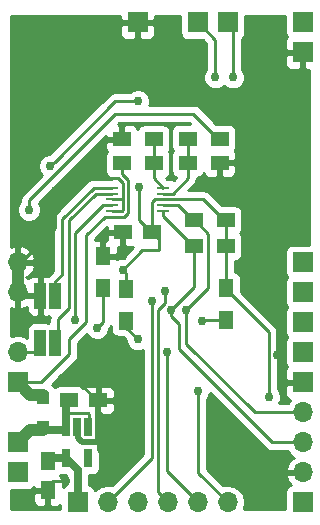
<source format=gbl>
G04 #@! TF.FileFunction,Copper,L2,Bot,Signal*
%FSLAX46Y46*%
G04 Gerber Fmt 4.6, Leading zero omitted, Abs format (unit mm)*
G04 Created by KiCad (PCBNEW 4.0.6) date Monday, 07 August 2017 'PMt' 13:26:33*
%MOMM*%
%LPD*%
G01*
G04 APERTURE LIST*
%ADD10C,0.101600*%
%ADD11R,1.100000X0.250000*%
%ADD12R,1.700000X1.700000*%
%ADD13O,1.700000X1.700000*%
%ADD14R,1.500000X1.250000*%
%ADD15R,1.250000X1.500000*%
%ADD16R,1.300000X1.500000*%
%ADD17R,1.500000X1.300000*%
%ADD18R,1.000000X2.200000*%
%ADD19R,0.650000X1.560000*%
%ADD20R,1.000000X1.000000*%
%ADD21C,0.762000*%
%ADD22C,0.254000*%
%ADD23C,0.500000*%
%ADD24C,1.000000*%
%ADD25C,0.700000*%
G04 APERTURE END LIST*
D10*
D11*
X145170000Y-69326000D03*
X145170000Y-68826000D03*
X145170000Y-68326000D03*
X145170000Y-67826000D03*
X145170000Y-67326000D03*
X149470000Y-67326000D03*
X149470000Y-67826000D03*
X149470000Y-68326000D03*
X149470000Y-68826000D03*
X149470000Y-69326000D03*
D12*
X142240000Y-93980000D03*
D13*
X144780000Y-93980000D03*
X147320000Y-93980000D03*
X149860000Y-93980000D03*
X152400000Y-93980000D03*
X154940000Y-93980000D03*
D14*
X141498000Y-85344000D03*
X143998000Y-85344000D03*
D15*
X139700000Y-90450000D03*
X139700000Y-92950000D03*
D14*
X148570000Y-71120000D03*
X146070000Y-71120000D03*
D16*
X144375000Y-75850000D03*
X144375000Y-73150000D03*
D17*
X154766000Y-70104000D03*
X152066000Y-70104000D03*
X154766000Y-72263000D03*
X152066000Y-72263000D03*
D12*
X137160000Y-83820000D03*
D13*
X137160000Y-81280000D03*
D17*
X145970000Y-65278000D03*
X148670000Y-65278000D03*
X148670000Y-63246000D03*
X145970000Y-63246000D03*
X154250000Y-63200000D03*
X151550000Y-63200000D03*
X151550000Y-65200000D03*
X154250000Y-65200000D03*
D12*
X154940000Y-53340000D03*
X161290000Y-55880000D03*
X161290000Y-73660000D03*
X161290000Y-76200000D03*
X161290000Y-78740000D03*
X147320000Y-53340000D03*
X137160000Y-91440000D03*
D13*
X137160000Y-73660000D03*
D12*
X137160000Y-88900000D03*
D13*
X137160000Y-76200000D03*
D12*
X152400000Y-53340000D03*
D16*
X146350000Y-75875000D03*
X146350000Y-78575000D03*
D12*
X161290000Y-81280000D03*
D16*
X154800000Y-75850000D03*
X154800000Y-78550000D03*
D12*
X161290000Y-53340000D03*
D18*
X139065000Y-76504800D03*
X139065000Y-80486000D03*
X140360400Y-80486000D03*
X140360400Y-76504800D03*
D12*
X161290000Y-93980000D03*
D13*
X161290000Y-91440000D03*
X161290000Y-88900000D03*
X161290000Y-86360000D03*
D19*
X141250000Y-87550000D03*
X142200000Y-87550000D03*
X143150000Y-87550000D03*
X143150000Y-90250000D03*
X141250000Y-90250000D03*
D20*
X139300000Y-87600000D03*
X139300000Y-85100000D03*
D12*
X161290000Y-83820000D03*
D21*
X159150000Y-81475000D03*
X140300000Y-67600000D03*
X140825000Y-83575000D03*
X157099994Y-72500000D03*
X145499996Y-91000000D03*
X155800000Y-67800000D03*
X146050000Y-73152000D03*
X141224000Y-92202000D03*
X148524998Y-76925000D03*
X149600000Y-76050000D03*
X149775000Y-81225000D03*
X158400000Y-85075000D03*
X139900000Y-65500000D03*
X147400000Y-67300000D03*
X147350000Y-60000000D03*
X146050000Y-74300000D03*
X151450000Y-77650000D03*
X150150000Y-77650000D03*
X147350000Y-80175000D03*
X142000004Y-78525000D03*
X155400006Y-58000000D03*
X152450004Y-84550000D03*
X143900000Y-79200000D03*
X153900000Y-58000000D03*
X152800000Y-78600000D03*
X138100000Y-69200000D03*
D22*
X159150000Y-80936185D02*
X159150000Y-81475000D01*
X157099994Y-72500000D02*
X159150000Y-74550006D01*
X159150000Y-74550006D02*
X159150000Y-80936185D01*
X155800000Y-59650000D02*
X155950000Y-59500000D01*
X155950000Y-59500000D02*
X159570000Y-55880000D01*
X155750000Y-59700000D02*
X155950000Y-59500000D01*
X145970000Y-63246000D02*
X146070000Y-63246000D01*
X140300000Y-68138815D02*
X140300000Y-67600000D01*
X140300000Y-70774000D02*
X140300000Y-68138815D01*
X137160000Y-73914000D02*
X140300000Y-70774000D01*
X155800000Y-63575000D02*
X155800000Y-59650000D01*
X155800000Y-63575000D02*
X155800000Y-65200000D01*
X155800000Y-65200000D02*
X155800000Y-67261185D01*
X154250000Y-65200000D02*
X155254000Y-65200000D01*
X155254000Y-65200000D02*
X155800000Y-65200000D01*
X155800000Y-67261185D02*
X155800000Y-67800000D01*
X143584000Y-65532000D02*
X143584000Y-64066000D01*
X143584000Y-64066000D02*
X144404000Y-63246000D01*
X144404000Y-63246000D02*
X145970000Y-63246000D01*
X159570000Y-55880000D02*
X161290000Y-55880000D01*
X144375000Y-73150000D02*
X146048000Y-73150000D01*
X146048000Y-73150000D02*
X146050000Y-73152000D01*
X142104000Y-83575000D02*
X141363815Y-83575000D01*
X141363815Y-83575000D02*
X140825000Y-83575000D01*
X143998000Y-85344000D02*
X143873000Y-85344000D01*
X143873000Y-85344000D02*
X142104000Y-83575000D01*
X157099994Y-71961185D02*
X157099994Y-72500000D01*
X155800000Y-67800000D02*
X157099994Y-69099994D01*
X157099994Y-69099994D02*
X157099994Y-71961185D01*
D23*
X139065000Y-76504800D02*
X137464800Y-76504800D01*
X137464800Y-76504800D02*
X137160000Y-76200000D01*
D24*
X137160000Y-73660000D02*
X137160000Y-76200000D01*
D22*
X143998000Y-89498004D02*
X145118997Y-90619001D01*
X143998000Y-85344000D02*
X143998000Y-89498004D01*
X145118997Y-90619001D02*
X145499996Y-91000000D01*
D23*
X143998000Y-87250000D02*
X143998000Y-86469000D01*
X143998000Y-88662762D02*
X143998000Y-87250000D01*
D22*
X145170000Y-69326000D02*
X145974000Y-69326000D01*
X145974000Y-69326000D02*
X146050201Y-69249799D01*
X146050201Y-69249799D02*
X146050201Y-68249799D01*
X146050000Y-73152000D02*
X146050000Y-71140000D01*
X146050000Y-71140000D02*
X146070000Y-71120000D01*
X145170000Y-68326000D02*
X145974000Y-68326000D01*
X145974000Y-68326000D02*
X146050201Y-68249799D01*
X146050201Y-68249799D02*
X146050201Y-66936839D01*
X146050201Y-66936839D02*
X145661362Y-66548000D01*
X145661362Y-66548000D02*
X144600000Y-66548000D01*
X144600000Y-66548000D02*
X144310201Y-66258201D01*
X144310201Y-66258201D02*
X143584000Y-65532000D01*
X137160000Y-71956000D02*
X143584000Y-65532000D01*
X144165000Y-85344000D02*
X143998000Y-85344000D01*
X146050000Y-71394000D02*
X146070000Y-71374000D01*
X146049994Y-73151994D02*
X146050000Y-73152000D01*
X145595000Y-69326000D02*
X145170000Y-69326000D01*
X141224000Y-92202000D02*
X140188000Y-92202000D01*
X140188000Y-92202000D02*
X139700000Y-92690000D01*
X137160000Y-73914000D02*
X137160000Y-71956000D01*
X137160000Y-76200000D02*
X137160000Y-73914000D01*
D23*
X142240000Y-87550000D02*
X142240000Y-88520762D01*
X142240000Y-88520762D02*
X142619238Y-88900000D01*
X142619238Y-88900000D02*
X143760762Y-88900000D01*
X143760762Y-88900000D02*
X143998000Y-88662762D01*
X143998000Y-86469000D02*
X143998000Y-85344000D01*
D22*
X143412000Y-85344000D02*
X143998000Y-85344000D01*
X148524998Y-77463815D02*
X148524998Y-76925000D01*
X148524998Y-90235002D02*
X148524998Y-77463815D01*
X144780000Y-93980000D02*
X148524998Y-90235002D01*
X149010001Y-77717579D02*
X149600000Y-77127580D01*
X149860000Y-93980000D02*
X149010001Y-93130001D01*
X149010001Y-93130001D02*
X149010001Y-77717579D01*
X149600000Y-76588815D02*
X149600000Y-76050000D01*
X149600000Y-77127580D02*
X149600000Y-76588815D01*
X149775000Y-91355000D02*
X149775000Y-81763815D01*
X149775000Y-81763815D02*
X149775000Y-81225000D01*
X152400000Y-93980000D02*
X149775000Y-91355000D01*
X158400000Y-84536185D02*
X158400000Y-85075000D01*
X158400000Y-79550000D02*
X158400000Y-84536185D01*
X154800000Y-75850000D02*
X154800000Y-75950000D01*
X154800000Y-75950000D02*
X158400000Y-79550000D01*
X154800000Y-75850000D02*
X154800000Y-72297000D01*
X154800000Y-72297000D02*
X154766000Y-72263000D01*
X140280999Y-65119001D02*
X139900000Y-65500000D01*
X145400000Y-60000000D02*
X140280999Y-65119001D01*
X147350000Y-60000000D02*
X145400000Y-60000000D01*
X146350000Y-75875000D02*
X146350000Y-74600000D01*
X146350000Y-74600000D02*
X146050000Y-74300000D01*
X148570000Y-71120000D02*
X148570000Y-68549211D01*
X148570000Y-68549211D02*
X148793211Y-68326000D01*
X148793211Y-68326000D02*
X149470000Y-68326000D01*
X147400000Y-67300000D02*
X147400000Y-70075000D01*
X147400000Y-70075000D02*
X148445000Y-71120000D01*
X148445000Y-71120000D02*
X148570000Y-71120000D01*
X146050000Y-74300000D02*
X147706000Y-72644000D01*
X147706000Y-72644000D02*
X149098000Y-72644000D01*
X149098000Y-72644000D02*
X149098000Y-71648000D01*
X149098000Y-71648000D02*
X148570000Y-71120000D01*
X148082000Y-70886000D02*
X148570000Y-71374000D01*
X154866000Y-70104000D02*
X154766000Y-70104000D01*
X154766000Y-70104000D02*
X154666000Y-70104000D01*
X154666000Y-70104000D02*
X152888000Y-68326000D01*
X152888000Y-68326000D02*
X150274000Y-68326000D01*
X150274000Y-68326000D02*
X149470000Y-68326000D01*
X154766000Y-72263000D02*
X154766000Y-70104000D01*
X154706000Y-72323000D02*
X154766000Y-72263000D01*
D25*
X142240000Y-93980000D02*
X142240000Y-91200000D01*
X142240000Y-91200000D02*
X141290000Y-90250000D01*
X141290000Y-90250000D02*
X139760000Y-90250000D01*
X139760000Y-90250000D02*
X139700000Y-90190000D01*
D22*
X151450000Y-77650000D02*
X151450000Y-80525000D01*
X151450000Y-80525000D02*
X157285000Y-86360000D01*
X157285000Y-86360000D02*
X161290000Y-86360000D01*
X151830999Y-77269001D02*
X151450000Y-77650000D01*
X153289000Y-75811000D02*
X151830999Y-77269001D01*
X153289000Y-71227000D02*
X153289000Y-75811000D01*
X152166000Y-70104000D02*
X153289000Y-71227000D01*
X152066000Y-70104000D02*
X152166000Y-70104000D01*
X149470000Y-68826000D02*
X150614000Y-68826000D01*
X150614000Y-68826000D02*
X150622000Y-68834000D01*
X150622000Y-68834000D02*
X150696000Y-68834000D01*
X150696000Y-68834000D02*
X151966000Y-70104000D01*
X151966000Y-70104000D02*
X152066000Y-70104000D01*
X150150000Y-77650000D02*
X150150000Y-78188815D01*
X150150000Y-78188815D02*
X150800000Y-78838815D01*
X150800000Y-78838815D02*
X150800000Y-80975000D01*
X158725000Y-88900000D02*
X161290000Y-88900000D01*
X150800000Y-80975000D02*
X158725000Y-88900000D01*
X150530999Y-77269001D02*
X150150000Y-77650000D01*
X152066000Y-75734000D02*
X150530999Y-77269001D01*
X152066000Y-72263000D02*
X152066000Y-75734000D01*
X149470000Y-69326000D02*
X149470000Y-69767000D01*
X149470000Y-69767000D02*
X151966000Y-72263000D01*
X151966000Y-72263000D02*
X152066000Y-72263000D01*
X146350000Y-78575000D02*
X146350000Y-79175000D01*
X146350000Y-79175000D02*
X147350000Y-80175000D01*
X142000004Y-77986185D02*
X142000004Y-78525000D01*
X141999998Y-77986179D02*
X142000004Y-77986185D01*
X141999998Y-71192002D02*
X141999998Y-77986179D01*
X144366000Y-68826000D02*
X141999998Y-71192002D01*
X145170000Y-68826000D02*
X144366000Y-68826000D01*
X145970000Y-65278000D02*
X145970000Y-66182000D01*
X146507411Y-66747457D02*
X146507411Y-69439181D01*
X144516791Y-69783209D02*
X142961201Y-71338799D01*
X139130000Y-83820000D02*
X138264000Y-83820000D01*
X138264000Y-83820000D02*
X137160000Y-83820000D01*
X145970000Y-66182000D02*
X146500000Y-66712000D01*
X146500000Y-66712000D02*
X146500000Y-66740046D01*
X146500000Y-66740046D02*
X146507411Y-66747457D01*
X146507411Y-69439181D02*
X146163383Y-69783209D01*
X142961201Y-71338799D02*
X142961201Y-78713799D01*
X140347762Y-82625000D02*
X140325000Y-82625000D01*
X146163383Y-69783209D02*
X144516791Y-69783209D01*
X142961201Y-78713799D02*
X141525000Y-80150000D01*
X141525000Y-80150000D02*
X141525000Y-81447762D01*
X141525000Y-81447762D02*
X140347762Y-82625000D01*
X140325000Y-82625000D02*
X139130000Y-83820000D01*
D24*
X139319000Y-84860000D02*
X138200000Y-84860000D01*
X138200000Y-84860000D02*
X137160000Y-83820000D01*
D22*
X148670000Y-65278000D02*
X148670000Y-66526000D01*
X148670000Y-66526000D02*
X149470000Y-67326000D01*
X148670000Y-63246000D02*
X148670000Y-65278000D01*
X155400006Y-58000000D02*
X155400006Y-53800006D01*
X155400006Y-53800006D02*
X154940000Y-53340000D01*
X140614400Y-78458020D02*
X141528798Y-77543622D01*
X141528798Y-77543622D02*
X141528798Y-70074609D01*
X143777407Y-67826000D02*
X144366000Y-67826000D01*
X141528798Y-70074609D02*
X143777407Y-67826000D01*
X140614400Y-80518000D02*
X140614400Y-78458020D01*
X144366000Y-67826000D02*
X145170000Y-67826000D01*
X151558000Y-65278000D02*
X151558000Y-66542000D01*
X151558000Y-66542000D02*
X150274000Y-67826000D01*
X150274000Y-67826000D02*
X149470000Y-67826000D01*
X151558000Y-63246000D02*
X151558000Y-65278000D01*
X140360400Y-76504800D02*
X140360400Y-75250800D01*
X140360400Y-75250800D02*
X140925000Y-74686200D01*
X140925000Y-74686200D02*
X140925000Y-70010407D01*
X140925000Y-70010407D02*
X143609407Y-67326000D01*
X143609407Y-67326000D02*
X144366000Y-67326000D01*
X144366000Y-67326000D02*
X145170000Y-67326000D01*
X152450004Y-85088815D02*
X152450004Y-84550000D01*
X152450004Y-91490004D02*
X152450004Y-85088815D01*
X154940000Y-93980000D02*
X152450004Y-91490004D01*
X144375000Y-75850000D02*
X144375000Y-78725000D01*
X144375000Y-78725000D02*
X143900000Y-79200000D01*
X153900000Y-58000000D02*
X153900000Y-54840000D01*
X153900000Y-54840000D02*
X152400000Y-53340000D01*
X154800000Y-78550000D02*
X152850000Y-78550000D01*
X152850000Y-78550000D02*
X152800000Y-78600000D01*
X137160000Y-81280000D02*
X138557000Y-81280000D01*
X138557000Y-81280000D02*
X139319000Y-80518000D01*
X138100000Y-69200000D02*
X138125000Y-69175000D01*
X138125000Y-69175000D02*
X138125000Y-68375000D01*
X138125000Y-68375000D02*
X145425000Y-61075000D01*
X145425000Y-61075000D02*
X152025000Y-61075000D01*
X154150000Y-63200000D02*
X154250000Y-63200000D01*
X152025000Y-61075000D02*
X154150000Y-63200000D01*
D25*
X141290000Y-85552000D02*
X141290000Y-86487000D01*
X141290000Y-86487000D02*
X141290000Y-87550000D01*
D22*
X143190000Y-87550000D02*
X143190000Y-86516000D01*
X143190000Y-86516000D02*
X143113799Y-86439799D01*
X143113799Y-86439799D02*
X141337201Y-86439799D01*
X141337201Y-86439799D02*
X141290000Y-86487000D01*
D25*
X141498000Y-85344000D02*
X141290000Y-85552000D01*
X139319000Y-87860000D02*
X140980000Y-87860000D01*
X140980000Y-87860000D02*
X141290000Y-87550000D01*
D24*
X139319000Y-87860000D02*
X138200000Y-87860000D01*
X138200000Y-87860000D02*
X137160000Y-88900000D01*
D22*
G36*
X138598750Y-92823000D02*
X139573000Y-92823000D01*
X139573000Y-92803000D01*
X139827000Y-92803000D01*
X139827000Y-92823000D01*
X139847000Y-92823000D01*
X139847000Y-93077000D01*
X139827000Y-93077000D01*
X139827000Y-94176250D01*
X139985750Y-94335000D01*
X140451310Y-94335000D01*
X140684699Y-94238327D01*
X140742560Y-94180466D01*
X140742560Y-94540000D01*
X136600000Y-94540000D01*
X136600000Y-93235750D01*
X138440000Y-93235750D01*
X138440000Y-93826309D01*
X138536673Y-94059698D01*
X138715301Y-94238327D01*
X138948690Y-94335000D01*
X139414250Y-94335000D01*
X139573000Y-94176250D01*
X139573000Y-93077000D01*
X138598750Y-93077000D01*
X138440000Y-93235750D01*
X136600000Y-93235750D01*
X136600000Y-92937440D01*
X138010000Y-92937440D01*
X138245317Y-92893162D01*
X138461441Y-92754090D01*
X138489205Y-92713455D01*
X138598750Y-92823000D01*
X138598750Y-92823000D01*
G37*
X138598750Y-92823000D02*
X139573000Y-92823000D01*
X139573000Y-92803000D01*
X139827000Y-92803000D01*
X139827000Y-92823000D01*
X139847000Y-92823000D01*
X139847000Y-93077000D01*
X139827000Y-93077000D01*
X139827000Y-94176250D01*
X139985750Y-94335000D01*
X140451310Y-94335000D01*
X140684699Y-94238327D01*
X140742560Y-94180466D01*
X140742560Y-94540000D01*
X136600000Y-94540000D01*
X136600000Y-93235750D01*
X138440000Y-93235750D01*
X138440000Y-93826309D01*
X138536673Y-94059698D01*
X138715301Y-94238327D01*
X138948690Y-94335000D01*
X139414250Y-94335000D01*
X139573000Y-94176250D01*
X139573000Y-93077000D01*
X138598750Y-93077000D01*
X138440000Y-93235750D01*
X136600000Y-93235750D01*
X136600000Y-92937440D01*
X138010000Y-92937440D01*
X138245317Y-92893162D01*
X138461441Y-92754090D01*
X138489205Y-92713455D01*
X138598750Y-92823000D01*
G36*
X158186184Y-89438815D02*
X158433395Y-89603996D01*
X158725000Y-89662000D01*
X160018382Y-89662000D01*
X160210853Y-89950054D01*
X160551553Y-90177702D01*
X160408642Y-90244817D01*
X160018355Y-90673076D01*
X159848524Y-91083110D01*
X159969845Y-91313000D01*
X161163000Y-91313000D01*
X161163000Y-91293000D01*
X161417000Y-91293000D01*
X161417000Y-91313000D01*
X161437000Y-91313000D01*
X161437000Y-91567000D01*
X161417000Y-91567000D01*
X161417000Y-91587000D01*
X161163000Y-91587000D01*
X161163000Y-91567000D01*
X159969845Y-91567000D01*
X159848524Y-91796890D01*
X160018355Y-92206924D01*
X160294501Y-92509937D01*
X160204683Y-92526838D01*
X159988559Y-92665910D01*
X159843569Y-92878110D01*
X159792560Y-93130000D01*
X159792560Y-94540000D01*
X156319396Y-94540000D01*
X156425000Y-94009093D01*
X156425000Y-93950907D01*
X156311961Y-93382622D01*
X155990054Y-92900853D01*
X155508285Y-92578946D01*
X154940000Y-92465907D01*
X154575951Y-92538321D01*
X153212004Y-91174374D01*
X153212004Y-85224918D01*
X153310825Y-85126269D01*
X153465828Y-84752982D01*
X153465858Y-84718488D01*
X158186184Y-89438815D01*
X158186184Y-89438815D01*
G37*
X158186184Y-89438815D02*
X158433395Y-89603996D01*
X158725000Y-89662000D01*
X160018382Y-89662000D01*
X160210853Y-89950054D01*
X160551553Y-90177702D01*
X160408642Y-90244817D01*
X160018355Y-90673076D01*
X159848524Y-91083110D01*
X159969845Y-91313000D01*
X161163000Y-91313000D01*
X161163000Y-91293000D01*
X161417000Y-91293000D01*
X161417000Y-91313000D01*
X161437000Y-91313000D01*
X161437000Y-91567000D01*
X161417000Y-91567000D01*
X161417000Y-91587000D01*
X161163000Y-91587000D01*
X161163000Y-91567000D01*
X159969845Y-91567000D01*
X159848524Y-91796890D01*
X160018355Y-92206924D01*
X160294501Y-92509937D01*
X160204683Y-92526838D01*
X159988559Y-92665910D01*
X159843569Y-92878110D01*
X159792560Y-93130000D01*
X159792560Y-94540000D01*
X156319396Y-94540000D01*
X156425000Y-94009093D01*
X156425000Y-93950907D01*
X156311961Y-93382622D01*
X155990054Y-92900853D01*
X155508285Y-92578946D01*
X154940000Y-92465907D01*
X154575951Y-92538321D01*
X153212004Y-91174374D01*
X153212004Y-85224918D01*
X153310825Y-85126269D01*
X153465828Y-84752982D01*
X153465858Y-84718488D01*
X158186184Y-89438815D01*
G36*
X147447000Y-93853000D02*
X147467000Y-93853000D01*
X147467000Y-94107000D01*
X147447000Y-94107000D01*
X147447000Y-94127000D01*
X147193000Y-94127000D01*
X147193000Y-94107000D01*
X147173000Y-94107000D01*
X147173000Y-93853000D01*
X147193000Y-93853000D01*
X147193000Y-93833000D01*
X147447000Y-93833000D01*
X147447000Y-93853000D01*
X147447000Y-93853000D01*
G37*
X147447000Y-93853000D02*
X147467000Y-93853000D01*
X147467000Y-94107000D01*
X147447000Y-94107000D01*
X147447000Y-94127000D01*
X147193000Y-94127000D01*
X147193000Y-94107000D01*
X147173000Y-94107000D01*
X147173000Y-93853000D01*
X147193000Y-93853000D01*
X147193000Y-93833000D01*
X147447000Y-93833000D01*
X147447000Y-93853000D01*
G36*
X145052560Y-79325000D02*
X145096838Y-79560317D01*
X145235910Y-79776441D01*
X145448110Y-79921431D01*
X145700000Y-79972440D01*
X146069810Y-79972440D01*
X146333946Y-80236576D01*
X146333824Y-80376208D01*
X146488175Y-80749766D01*
X146773731Y-81035821D01*
X147147018Y-81190824D01*
X147551208Y-81191176D01*
X147762998Y-81103666D01*
X147762998Y-89919372D01*
X145144049Y-92538321D01*
X144780000Y-92465907D01*
X144211715Y-92578946D01*
X143729946Y-92900853D01*
X143702150Y-92942452D01*
X143693162Y-92894683D01*
X143554090Y-92678559D01*
X143341890Y-92533569D01*
X143225000Y-92509898D01*
X143225000Y-91677440D01*
X143475000Y-91677440D01*
X143710317Y-91633162D01*
X143926441Y-91494090D01*
X144071431Y-91281890D01*
X144122440Y-91030000D01*
X144122440Y-89470000D01*
X144078162Y-89234683D01*
X143939090Y-89018559D01*
X143763768Y-88898767D01*
X143926441Y-88794090D01*
X144071431Y-88581890D01*
X144122440Y-88330000D01*
X144122440Y-86770000D01*
X144091205Y-86604000D01*
X144125002Y-86604000D01*
X144125002Y-86445252D01*
X144283750Y-86604000D01*
X144874309Y-86604000D01*
X145107698Y-86507327D01*
X145286327Y-86328699D01*
X145383000Y-86095310D01*
X145383000Y-85629750D01*
X145224250Y-85471000D01*
X144125000Y-85471000D01*
X144125000Y-85491000D01*
X143871000Y-85491000D01*
X143871000Y-85471000D01*
X143851000Y-85471000D01*
X143851000Y-85217000D01*
X143871000Y-85217000D01*
X143871000Y-84242750D01*
X144125000Y-84242750D01*
X144125000Y-85217000D01*
X145224250Y-85217000D01*
X145383000Y-85058250D01*
X145383000Y-84592690D01*
X145286327Y-84359301D01*
X145107698Y-84180673D01*
X144874309Y-84084000D01*
X144283750Y-84084000D01*
X144125000Y-84242750D01*
X143871000Y-84242750D01*
X143712250Y-84084000D01*
X143121691Y-84084000D01*
X142888302Y-84180673D01*
X142747064Y-84321910D01*
X142712090Y-84267559D01*
X142499890Y-84122569D01*
X142248000Y-84071560D01*
X140748000Y-84071560D01*
X140512683Y-84115838D01*
X140321993Y-84238543D01*
X140264090Y-84148559D01*
X140051890Y-84003569D01*
X140036195Y-84000391D01*
X140030827Y-83996804D01*
X140817982Y-83209649D01*
X140886577Y-83163815D01*
X142063815Y-81986577D01*
X142065540Y-81983996D01*
X142228996Y-81739367D01*
X142287000Y-81447762D01*
X142287000Y-80465630D01*
X143020541Y-79732089D01*
X143038175Y-79774766D01*
X143323731Y-80060821D01*
X143697018Y-80215824D01*
X144101208Y-80216176D01*
X144474766Y-80061825D01*
X144760821Y-79776269D01*
X144915824Y-79402982D01*
X144915948Y-79260624D01*
X145052560Y-79056169D01*
X145052560Y-79325000D01*
X145052560Y-79325000D01*
G37*
X145052560Y-79325000D02*
X145096838Y-79560317D01*
X145235910Y-79776441D01*
X145448110Y-79921431D01*
X145700000Y-79972440D01*
X146069810Y-79972440D01*
X146333946Y-80236576D01*
X146333824Y-80376208D01*
X146488175Y-80749766D01*
X146773731Y-81035821D01*
X147147018Y-81190824D01*
X147551208Y-81191176D01*
X147762998Y-81103666D01*
X147762998Y-89919372D01*
X145144049Y-92538321D01*
X144780000Y-92465907D01*
X144211715Y-92578946D01*
X143729946Y-92900853D01*
X143702150Y-92942452D01*
X143693162Y-92894683D01*
X143554090Y-92678559D01*
X143341890Y-92533569D01*
X143225000Y-92509898D01*
X143225000Y-91677440D01*
X143475000Y-91677440D01*
X143710317Y-91633162D01*
X143926441Y-91494090D01*
X144071431Y-91281890D01*
X144122440Y-91030000D01*
X144122440Y-89470000D01*
X144078162Y-89234683D01*
X143939090Y-89018559D01*
X143763768Y-88898767D01*
X143926441Y-88794090D01*
X144071431Y-88581890D01*
X144122440Y-88330000D01*
X144122440Y-86770000D01*
X144091205Y-86604000D01*
X144125002Y-86604000D01*
X144125002Y-86445252D01*
X144283750Y-86604000D01*
X144874309Y-86604000D01*
X145107698Y-86507327D01*
X145286327Y-86328699D01*
X145383000Y-86095310D01*
X145383000Y-85629750D01*
X145224250Y-85471000D01*
X144125000Y-85471000D01*
X144125000Y-85491000D01*
X143871000Y-85491000D01*
X143871000Y-85471000D01*
X143851000Y-85471000D01*
X143851000Y-85217000D01*
X143871000Y-85217000D01*
X143871000Y-84242750D01*
X144125000Y-84242750D01*
X144125000Y-85217000D01*
X145224250Y-85217000D01*
X145383000Y-85058250D01*
X145383000Y-84592690D01*
X145286327Y-84359301D01*
X145107698Y-84180673D01*
X144874309Y-84084000D01*
X144283750Y-84084000D01*
X144125000Y-84242750D01*
X143871000Y-84242750D01*
X143712250Y-84084000D01*
X143121691Y-84084000D01*
X142888302Y-84180673D01*
X142747064Y-84321910D01*
X142712090Y-84267559D01*
X142499890Y-84122569D01*
X142248000Y-84071560D01*
X140748000Y-84071560D01*
X140512683Y-84115838D01*
X140321993Y-84238543D01*
X140264090Y-84148559D01*
X140051890Y-84003569D01*
X140036195Y-84000391D01*
X140030827Y-83996804D01*
X140817982Y-83209649D01*
X140886577Y-83163815D01*
X142063815Y-81986577D01*
X142065540Y-81983996D01*
X142228996Y-81739367D01*
X142287000Y-81447762D01*
X142287000Y-80465630D01*
X143020541Y-79732089D01*
X143038175Y-79774766D01*
X143323731Y-80060821D01*
X143697018Y-80215824D01*
X144101208Y-80216176D01*
X144474766Y-80061825D01*
X144760821Y-79776269D01*
X144915824Y-79402982D01*
X144915948Y-79260624D01*
X145052560Y-79056169D01*
X145052560Y-79325000D01*
G36*
X140925000Y-91677440D02*
X141255000Y-91677440D01*
X141255000Y-92507962D01*
X141154683Y-92526838D01*
X140960000Y-92652113D01*
X140960000Y-92073691D01*
X140863327Y-91840302D01*
X140722090Y-91699064D01*
X140776441Y-91664090D01*
X140786485Y-91649390D01*
X140925000Y-91677440D01*
X140925000Y-91677440D01*
G37*
X140925000Y-91677440D02*
X141255000Y-91677440D01*
X141255000Y-92507962D01*
X141154683Y-92526838D01*
X140960000Y-92652113D01*
X140960000Y-92073691D01*
X140863327Y-91840302D01*
X140722090Y-91699064D01*
X140776441Y-91664090D01*
X140786485Y-91649390D01*
X140925000Y-91677440D01*
G36*
X145835000Y-53054250D02*
X145993750Y-53213000D01*
X147193000Y-53213000D01*
X147193000Y-53193000D01*
X147447000Y-53193000D01*
X147447000Y-53213000D01*
X148646250Y-53213000D01*
X148805000Y-53054250D01*
X148805000Y-52780000D01*
X150902560Y-52780000D01*
X150902560Y-54190000D01*
X150946838Y-54425317D01*
X151085910Y-54641441D01*
X151298110Y-54786431D01*
X151550000Y-54837440D01*
X152819809Y-54837440D01*
X153138000Y-55155631D01*
X153138000Y-57325082D01*
X153039179Y-57423731D01*
X152884176Y-57797018D01*
X152883824Y-58201208D01*
X153038175Y-58574766D01*
X153323731Y-58860821D01*
X153697018Y-59015824D01*
X154101208Y-59016176D01*
X154474766Y-58861825D01*
X154650058Y-58686839D01*
X154823737Y-58860821D01*
X155197024Y-59015824D01*
X155601214Y-59016176D01*
X155974772Y-58861825D01*
X156260827Y-58576269D01*
X156415830Y-58202982D01*
X156416182Y-57798792D01*
X156261831Y-57425234D01*
X156162006Y-57325235D01*
X156162006Y-56165750D01*
X159805000Y-56165750D01*
X159805000Y-56856310D01*
X159901673Y-57089699D01*
X160080302Y-57268327D01*
X160313691Y-57365000D01*
X161004250Y-57365000D01*
X161163000Y-57206250D01*
X161163000Y-56007000D01*
X159963750Y-56007000D01*
X159805000Y-56165750D01*
X156162006Y-56165750D01*
X156162006Y-54705205D01*
X156241441Y-54654090D01*
X156386431Y-54441890D01*
X156437440Y-54190000D01*
X156437440Y-52780000D01*
X159792560Y-52780000D01*
X159792560Y-54190000D01*
X159836838Y-54425317D01*
X159958143Y-54613831D01*
X159901673Y-54670301D01*
X159805000Y-54903690D01*
X159805000Y-55594250D01*
X159963750Y-55753000D01*
X161163000Y-55753000D01*
X161163000Y-55733000D01*
X161417000Y-55733000D01*
X161417000Y-55753000D01*
X161437000Y-55753000D01*
X161437000Y-56007000D01*
X161417000Y-56007000D01*
X161417000Y-57206250D01*
X161575750Y-57365000D01*
X161850000Y-57365000D01*
X161850000Y-72162560D01*
X160440000Y-72162560D01*
X160204683Y-72206838D01*
X159988559Y-72345910D01*
X159843569Y-72558110D01*
X159792560Y-72810000D01*
X159792560Y-74510000D01*
X159836838Y-74745317D01*
X159957015Y-74932077D01*
X159843569Y-75098110D01*
X159792560Y-75350000D01*
X159792560Y-77050000D01*
X159836838Y-77285317D01*
X159957015Y-77472077D01*
X159843569Y-77638110D01*
X159792560Y-77890000D01*
X159792560Y-79590000D01*
X159836838Y-79825317D01*
X159957015Y-80012077D01*
X159843569Y-80178110D01*
X159792560Y-80430000D01*
X159792560Y-82130000D01*
X159836838Y-82365317D01*
X159958144Y-82553831D01*
X159901673Y-82610302D01*
X159805000Y-82843691D01*
X159805000Y-83534250D01*
X159963750Y-83693000D01*
X161163000Y-83693000D01*
X161163000Y-83673000D01*
X161417000Y-83673000D01*
X161417000Y-83693000D01*
X161437000Y-83693000D01*
X161437000Y-83947000D01*
X161417000Y-83947000D01*
X161417000Y-83967000D01*
X161163000Y-83967000D01*
X161163000Y-83947000D01*
X159963750Y-83947000D01*
X159805000Y-84105750D01*
X159805000Y-84796309D01*
X159901673Y-85029698D01*
X160080301Y-85208327D01*
X160254777Y-85280597D01*
X160210853Y-85309946D01*
X160018382Y-85598000D01*
X159282940Y-85598000D01*
X159415824Y-85277982D01*
X159416176Y-84873792D01*
X159261825Y-84500234D01*
X159162000Y-84400235D01*
X159162000Y-79550000D01*
X159103996Y-79258395D01*
X158938815Y-79011185D01*
X156097440Y-76169810D01*
X156097440Y-75100000D01*
X156053162Y-74864683D01*
X155914090Y-74648559D01*
X155701890Y-74503569D01*
X155562000Y-74475241D01*
X155562000Y-73551784D01*
X155751317Y-73516162D01*
X155967441Y-73377090D01*
X156112431Y-73164890D01*
X156163440Y-72913000D01*
X156163440Y-71613000D01*
X156119162Y-71377683D01*
X155992689Y-71181138D01*
X156112431Y-71005890D01*
X156163440Y-70754000D01*
X156163440Y-69454000D01*
X156119162Y-69218683D01*
X155980090Y-69002559D01*
X155767890Y-68857569D01*
X155516000Y-68806560D01*
X154446191Y-68806560D01*
X153426815Y-67787185D01*
X153351573Y-67736910D01*
X153179605Y-67622004D01*
X152888000Y-67564000D01*
X151613631Y-67564000D01*
X152096815Y-67080816D01*
X152261996Y-66833605D01*
X152265179Y-66817604D01*
X152320000Y-66542000D01*
X152320000Y-66493677D01*
X152535317Y-66453162D01*
X152751441Y-66314090D01*
X152896431Y-66101890D01*
X152903191Y-66068510D01*
X152961673Y-66209699D01*
X153140302Y-66388327D01*
X153373691Y-66485000D01*
X153964250Y-66485000D01*
X154123000Y-66326250D01*
X154123000Y-65327000D01*
X154377000Y-65327000D01*
X154377000Y-66326250D01*
X154535750Y-66485000D01*
X155126309Y-66485000D01*
X155359698Y-66388327D01*
X155538327Y-66209699D01*
X155635000Y-65976310D01*
X155635000Y-65485750D01*
X155476250Y-65327000D01*
X154377000Y-65327000D01*
X154123000Y-65327000D01*
X154103000Y-65327000D01*
X154103000Y-65073000D01*
X154123000Y-65073000D01*
X154123000Y-65053000D01*
X154377000Y-65053000D01*
X154377000Y-65073000D01*
X155476250Y-65073000D01*
X155635000Y-64914250D01*
X155635000Y-64423690D01*
X155538327Y-64190301D01*
X155536958Y-64188932D01*
X155596431Y-64101890D01*
X155647440Y-63850000D01*
X155647440Y-62550000D01*
X155603162Y-62314683D01*
X155464090Y-62098559D01*
X155251890Y-61953569D01*
X155000000Y-61902560D01*
X153930190Y-61902560D01*
X152563815Y-60536185D01*
X152316605Y-60371004D01*
X152025000Y-60313000D01*
X148320140Y-60313000D01*
X148365824Y-60202982D01*
X148366176Y-59798792D01*
X148211825Y-59425234D01*
X147926269Y-59139179D01*
X147552982Y-58984176D01*
X147148792Y-58983824D01*
X146775234Y-59138175D01*
X146675235Y-59238000D01*
X145400000Y-59238000D01*
X145108395Y-59296004D01*
X145009377Y-59362166D01*
X144861185Y-59461184D01*
X139838424Y-64483946D01*
X139698792Y-64483824D01*
X139325234Y-64638175D01*
X139039179Y-64923731D01*
X138884176Y-65297018D01*
X138883824Y-65701208D01*
X139038175Y-66074766D01*
X139192754Y-66229616D01*
X137586185Y-67836185D01*
X137421004Y-68083395D01*
X137363000Y-68375000D01*
X137363000Y-68500126D01*
X137239179Y-68623731D01*
X137084176Y-68997018D01*
X137083824Y-69401208D01*
X137238175Y-69774766D01*
X137523731Y-70060821D01*
X137897018Y-70215824D01*
X138301208Y-70216176D01*
X138674766Y-70061825D01*
X138960821Y-69776269D01*
X139115824Y-69402982D01*
X139116176Y-68998792D01*
X138961825Y-68625234D01*
X138957115Y-68620515D01*
X144601190Y-62976440D01*
X144743750Y-63119000D01*
X145843000Y-63119000D01*
X145843000Y-62119750D01*
X145684250Y-61961000D01*
X145616630Y-61961000D01*
X145740630Y-61837000D01*
X151709370Y-61837000D01*
X151774930Y-61902560D01*
X150800000Y-61902560D01*
X150564683Y-61946838D01*
X150348559Y-62085910D01*
X150203569Y-62298110D01*
X150152560Y-62550000D01*
X150152560Y-63850000D01*
X150196838Y-64085317D01*
X150270620Y-64199978D01*
X150203569Y-64298110D01*
X150152560Y-64550000D01*
X150152560Y-65850000D01*
X150196838Y-66085317D01*
X150335910Y-66301441D01*
X150548110Y-66446431D01*
X150571252Y-66451117D01*
X150358573Y-66663797D01*
X150271890Y-66604569D01*
X150020000Y-66553560D01*
X149775190Y-66553560D01*
X149714627Y-66492997D01*
X149871441Y-66392090D01*
X150016431Y-66179890D01*
X150067440Y-65928000D01*
X150067440Y-64628000D01*
X150023162Y-64392683D01*
X149938775Y-64261543D01*
X150016431Y-64147890D01*
X150067440Y-63896000D01*
X150067440Y-62596000D01*
X150023162Y-62360683D01*
X149884090Y-62144559D01*
X149671890Y-61999569D01*
X149420000Y-61948560D01*
X147920000Y-61948560D01*
X147684683Y-61992838D01*
X147468559Y-62131910D01*
X147323569Y-62344110D01*
X147316809Y-62377490D01*
X147258327Y-62236301D01*
X147079698Y-62057673D01*
X146846309Y-61961000D01*
X146255750Y-61961000D01*
X146097000Y-62119750D01*
X146097000Y-63119000D01*
X146117000Y-63119000D01*
X146117000Y-63373000D01*
X146097000Y-63373000D01*
X146097000Y-63393000D01*
X145843000Y-63393000D01*
X145843000Y-63373000D01*
X144743750Y-63373000D01*
X144585000Y-63531750D01*
X144585000Y-64022310D01*
X144681673Y-64255699D01*
X144696032Y-64270057D01*
X144623569Y-64376110D01*
X144572560Y-64628000D01*
X144572560Y-65928000D01*
X144616838Y-66163317D01*
X144755910Y-66379441D01*
X144968110Y-66524431D01*
X145111953Y-66553560D01*
X144620000Y-66553560D01*
X144564516Y-66564000D01*
X143609407Y-66564000D01*
X143317802Y-66622004D01*
X143218784Y-66688166D01*
X143070592Y-66787184D01*
X140386185Y-69471592D01*
X140221004Y-69718802D01*
X140163000Y-70010407D01*
X140163000Y-74370570D01*
X139821585Y-74711985D01*
X139781324Y-74772239D01*
X139723477Y-74783124D01*
X139691310Y-74769800D01*
X139350750Y-74769800D01*
X139192000Y-74928550D01*
X139192000Y-76377800D01*
X139212000Y-76377800D01*
X139212000Y-76631800D01*
X139192000Y-76631800D01*
X139192000Y-78081050D01*
X139350750Y-78239800D01*
X139691310Y-78239800D01*
X139726661Y-78225157D01*
X139860400Y-78252240D01*
X139893332Y-78252240D01*
X139852400Y-78458020D01*
X139852400Y-78740065D01*
X139707278Y-78767372D01*
X139565000Y-78738560D01*
X138565000Y-78738560D01*
X138329683Y-78782838D01*
X138113559Y-78921910D01*
X137968569Y-79134110D01*
X137917560Y-79386000D01*
X137917560Y-80015069D01*
X137757378Y-79908039D01*
X137189093Y-79795000D01*
X137130907Y-79795000D01*
X136600000Y-79900604D01*
X136600000Y-77546101D01*
X136803108Y-77641486D01*
X137033000Y-77520819D01*
X137033000Y-76327000D01*
X137013000Y-76327000D01*
X137013000Y-76073000D01*
X137033000Y-76073000D01*
X137033000Y-73787000D01*
X137287000Y-73787000D01*
X137287000Y-76073000D01*
X137307000Y-76073000D01*
X137307000Y-76327000D01*
X137287000Y-76327000D01*
X137287000Y-77520819D01*
X137516892Y-77641486D01*
X137930000Y-77447480D01*
X137930000Y-77731109D01*
X138026673Y-77964498D01*
X138205301Y-78143127D01*
X138438690Y-78239800D01*
X138779250Y-78239800D01*
X138938000Y-78081050D01*
X138938000Y-76631800D01*
X138918000Y-76631800D01*
X138918000Y-76377800D01*
X138938000Y-76377800D01*
X138938000Y-74928550D01*
X138779250Y-74769800D01*
X138438690Y-74769800D01*
X138205301Y-74866473D01*
X138053564Y-75018211D01*
X138041358Y-75004817D01*
X137882046Y-74930000D01*
X138041358Y-74855183D01*
X138431645Y-74426924D01*
X138601476Y-74016890D01*
X138480155Y-73787000D01*
X137287000Y-73787000D01*
X137033000Y-73787000D01*
X137013000Y-73787000D01*
X137013000Y-73533000D01*
X137033000Y-73533000D01*
X137033000Y-72339181D01*
X137287000Y-72339181D01*
X137287000Y-73533000D01*
X138480155Y-73533000D01*
X138601476Y-73303110D01*
X138431645Y-72893076D01*
X138041358Y-72464817D01*
X137516892Y-72218514D01*
X137287000Y-72339181D01*
X137033000Y-72339181D01*
X136803108Y-72218514D01*
X136600000Y-72313899D01*
X136600000Y-53625750D01*
X145835000Y-53625750D01*
X145835000Y-54316310D01*
X145931673Y-54549699D01*
X146110302Y-54728327D01*
X146343691Y-54825000D01*
X147034250Y-54825000D01*
X147193000Y-54666250D01*
X147193000Y-53467000D01*
X147447000Y-53467000D01*
X147447000Y-54666250D01*
X147605750Y-54825000D01*
X148296309Y-54825000D01*
X148529698Y-54728327D01*
X148708327Y-54549699D01*
X148805000Y-54316310D01*
X148805000Y-53625750D01*
X148646250Y-53467000D01*
X147447000Y-53467000D01*
X147193000Y-53467000D01*
X145993750Y-53467000D01*
X145835000Y-53625750D01*
X136600000Y-53625750D01*
X136600000Y-52780000D01*
X145835000Y-52780000D01*
X145835000Y-53054250D01*
X145835000Y-53054250D01*
G37*
X145835000Y-53054250D02*
X145993750Y-53213000D01*
X147193000Y-53213000D01*
X147193000Y-53193000D01*
X147447000Y-53193000D01*
X147447000Y-53213000D01*
X148646250Y-53213000D01*
X148805000Y-53054250D01*
X148805000Y-52780000D01*
X150902560Y-52780000D01*
X150902560Y-54190000D01*
X150946838Y-54425317D01*
X151085910Y-54641441D01*
X151298110Y-54786431D01*
X151550000Y-54837440D01*
X152819809Y-54837440D01*
X153138000Y-55155631D01*
X153138000Y-57325082D01*
X153039179Y-57423731D01*
X152884176Y-57797018D01*
X152883824Y-58201208D01*
X153038175Y-58574766D01*
X153323731Y-58860821D01*
X153697018Y-59015824D01*
X154101208Y-59016176D01*
X154474766Y-58861825D01*
X154650058Y-58686839D01*
X154823737Y-58860821D01*
X155197024Y-59015824D01*
X155601214Y-59016176D01*
X155974772Y-58861825D01*
X156260827Y-58576269D01*
X156415830Y-58202982D01*
X156416182Y-57798792D01*
X156261831Y-57425234D01*
X156162006Y-57325235D01*
X156162006Y-56165750D01*
X159805000Y-56165750D01*
X159805000Y-56856310D01*
X159901673Y-57089699D01*
X160080302Y-57268327D01*
X160313691Y-57365000D01*
X161004250Y-57365000D01*
X161163000Y-57206250D01*
X161163000Y-56007000D01*
X159963750Y-56007000D01*
X159805000Y-56165750D01*
X156162006Y-56165750D01*
X156162006Y-54705205D01*
X156241441Y-54654090D01*
X156386431Y-54441890D01*
X156437440Y-54190000D01*
X156437440Y-52780000D01*
X159792560Y-52780000D01*
X159792560Y-54190000D01*
X159836838Y-54425317D01*
X159958143Y-54613831D01*
X159901673Y-54670301D01*
X159805000Y-54903690D01*
X159805000Y-55594250D01*
X159963750Y-55753000D01*
X161163000Y-55753000D01*
X161163000Y-55733000D01*
X161417000Y-55733000D01*
X161417000Y-55753000D01*
X161437000Y-55753000D01*
X161437000Y-56007000D01*
X161417000Y-56007000D01*
X161417000Y-57206250D01*
X161575750Y-57365000D01*
X161850000Y-57365000D01*
X161850000Y-72162560D01*
X160440000Y-72162560D01*
X160204683Y-72206838D01*
X159988559Y-72345910D01*
X159843569Y-72558110D01*
X159792560Y-72810000D01*
X159792560Y-74510000D01*
X159836838Y-74745317D01*
X159957015Y-74932077D01*
X159843569Y-75098110D01*
X159792560Y-75350000D01*
X159792560Y-77050000D01*
X159836838Y-77285317D01*
X159957015Y-77472077D01*
X159843569Y-77638110D01*
X159792560Y-77890000D01*
X159792560Y-79590000D01*
X159836838Y-79825317D01*
X159957015Y-80012077D01*
X159843569Y-80178110D01*
X159792560Y-80430000D01*
X159792560Y-82130000D01*
X159836838Y-82365317D01*
X159958144Y-82553831D01*
X159901673Y-82610302D01*
X159805000Y-82843691D01*
X159805000Y-83534250D01*
X159963750Y-83693000D01*
X161163000Y-83693000D01*
X161163000Y-83673000D01*
X161417000Y-83673000D01*
X161417000Y-83693000D01*
X161437000Y-83693000D01*
X161437000Y-83947000D01*
X161417000Y-83947000D01*
X161417000Y-83967000D01*
X161163000Y-83967000D01*
X161163000Y-83947000D01*
X159963750Y-83947000D01*
X159805000Y-84105750D01*
X159805000Y-84796309D01*
X159901673Y-85029698D01*
X160080301Y-85208327D01*
X160254777Y-85280597D01*
X160210853Y-85309946D01*
X160018382Y-85598000D01*
X159282940Y-85598000D01*
X159415824Y-85277982D01*
X159416176Y-84873792D01*
X159261825Y-84500234D01*
X159162000Y-84400235D01*
X159162000Y-79550000D01*
X159103996Y-79258395D01*
X158938815Y-79011185D01*
X156097440Y-76169810D01*
X156097440Y-75100000D01*
X156053162Y-74864683D01*
X155914090Y-74648559D01*
X155701890Y-74503569D01*
X155562000Y-74475241D01*
X155562000Y-73551784D01*
X155751317Y-73516162D01*
X155967441Y-73377090D01*
X156112431Y-73164890D01*
X156163440Y-72913000D01*
X156163440Y-71613000D01*
X156119162Y-71377683D01*
X155992689Y-71181138D01*
X156112431Y-71005890D01*
X156163440Y-70754000D01*
X156163440Y-69454000D01*
X156119162Y-69218683D01*
X155980090Y-69002559D01*
X155767890Y-68857569D01*
X155516000Y-68806560D01*
X154446191Y-68806560D01*
X153426815Y-67787185D01*
X153351573Y-67736910D01*
X153179605Y-67622004D01*
X152888000Y-67564000D01*
X151613631Y-67564000D01*
X152096815Y-67080816D01*
X152261996Y-66833605D01*
X152265179Y-66817604D01*
X152320000Y-66542000D01*
X152320000Y-66493677D01*
X152535317Y-66453162D01*
X152751441Y-66314090D01*
X152896431Y-66101890D01*
X152903191Y-66068510D01*
X152961673Y-66209699D01*
X153140302Y-66388327D01*
X153373691Y-66485000D01*
X153964250Y-66485000D01*
X154123000Y-66326250D01*
X154123000Y-65327000D01*
X154377000Y-65327000D01*
X154377000Y-66326250D01*
X154535750Y-66485000D01*
X155126309Y-66485000D01*
X155359698Y-66388327D01*
X155538327Y-66209699D01*
X155635000Y-65976310D01*
X155635000Y-65485750D01*
X155476250Y-65327000D01*
X154377000Y-65327000D01*
X154123000Y-65327000D01*
X154103000Y-65327000D01*
X154103000Y-65073000D01*
X154123000Y-65073000D01*
X154123000Y-65053000D01*
X154377000Y-65053000D01*
X154377000Y-65073000D01*
X155476250Y-65073000D01*
X155635000Y-64914250D01*
X155635000Y-64423690D01*
X155538327Y-64190301D01*
X155536958Y-64188932D01*
X155596431Y-64101890D01*
X155647440Y-63850000D01*
X155647440Y-62550000D01*
X155603162Y-62314683D01*
X155464090Y-62098559D01*
X155251890Y-61953569D01*
X155000000Y-61902560D01*
X153930190Y-61902560D01*
X152563815Y-60536185D01*
X152316605Y-60371004D01*
X152025000Y-60313000D01*
X148320140Y-60313000D01*
X148365824Y-60202982D01*
X148366176Y-59798792D01*
X148211825Y-59425234D01*
X147926269Y-59139179D01*
X147552982Y-58984176D01*
X147148792Y-58983824D01*
X146775234Y-59138175D01*
X146675235Y-59238000D01*
X145400000Y-59238000D01*
X145108395Y-59296004D01*
X145009377Y-59362166D01*
X144861185Y-59461184D01*
X139838424Y-64483946D01*
X139698792Y-64483824D01*
X139325234Y-64638175D01*
X139039179Y-64923731D01*
X138884176Y-65297018D01*
X138883824Y-65701208D01*
X139038175Y-66074766D01*
X139192754Y-66229616D01*
X137586185Y-67836185D01*
X137421004Y-68083395D01*
X137363000Y-68375000D01*
X137363000Y-68500126D01*
X137239179Y-68623731D01*
X137084176Y-68997018D01*
X137083824Y-69401208D01*
X137238175Y-69774766D01*
X137523731Y-70060821D01*
X137897018Y-70215824D01*
X138301208Y-70216176D01*
X138674766Y-70061825D01*
X138960821Y-69776269D01*
X139115824Y-69402982D01*
X139116176Y-68998792D01*
X138961825Y-68625234D01*
X138957115Y-68620515D01*
X144601190Y-62976440D01*
X144743750Y-63119000D01*
X145843000Y-63119000D01*
X145843000Y-62119750D01*
X145684250Y-61961000D01*
X145616630Y-61961000D01*
X145740630Y-61837000D01*
X151709370Y-61837000D01*
X151774930Y-61902560D01*
X150800000Y-61902560D01*
X150564683Y-61946838D01*
X150348559Y-62085910D01*
X150203569Y-62298110D01*
X150152560Y-62550000D01*
X150152560Y-63850000D01*
X150196838Y-64085317D01*
X150270620Y-64199978D01*
X150203569Y-64298110D01*
X150152560Y-64550000D01*
X150152560Y-65850000D01*
X150196838Y-66085317D01*
X150335910Y-66301441D01*
X150548110Y-66446431D01*
X150571252Y-66451117D01*
X150358573Y-66663797D01*
X150271890Y-66604569D01*
X150020000Y-66553560D01*
X149775190Y-66553560D01*
X149714627Y-66492997D01*
X149871441Y-66392090D01*
X150016431Y-66179890D01*
X150067440Y-65928000D01*
X150067440Y-64628000D01*
X150023162Y-64392683D01*
X149938775Y-64261543D01*
X150016431Y-64147890D01*
X150067440Y-63896000D01*
X150067440Y-62596000D01*
X150023162Y-62360683D01*
X149884090Y-62144559D01*
X149671890Y-61999569D01*
X149420000Y-61948560D01*
X147920000Y-61948560D01*
X147684683Y-61992838D01*
X147468559Y-62131910D01*
X147323569Y-62344110D01*
X147316809Y-62377490D01*
X147258327Y-62236301D01*
X147079698Y-62057673D01*
X146846309Y-61961000D01*
X146255750Y-61961000D01*
X146097000Y-62119750D01*
X146097000Y-63119000D01*
X146117000Y-63119000D01*
X146117000Y-63373000D01*
X146097000Y-63373000D01*
X146097000Y-63393000D01*
X145843000Y-63393000D01*
X145843000Y-63373000D01*
X144743750Y-63373000D01*
X144585000Y-63531750D01*
X144585000Y-64022310D01*
X144681673Y-64255699D01*
X144696032Y-64270057D01*
X144623569Y-64376110D01*
X144572560Y-64628000D01*
X144572560Y-65928000D01*
X144616838Y-66163317D01*
X144755910Y-66379441D01*
X144968110Y-66524431D01*
X145111953Y-66553560D01*
X144620000Y-66553560D01*
X144564516Y-66564000D01*
X143609407Y-66564000D01*
X143317802Y-66622004D01*
X143218784Y-66688166D01*
X143070592Y-66787184D01*
X140386185Y-69471592D01*
X140221004Y-69718802D01*
X140163000Y-70010407D01*
X140163000Y-74370570D01*
X139821585Y-74711985D01*
X139781324Y-74772239D01*
X139723477Y-74783124D01*
X139691310Y-74769800D01*
X139350750Y-74769800D01*
X139192000Y-74928550D01*
X139192000Y-76377800D01*
X139212000Y-76377800D01*
X139212000Y-76631800D01*
X139192000Y-76631800D01*
X139192000Y-78081050D01*
X139350750Y-78239800D01*
X139691310Y-78239800D01*
X139726661Y-78225157D01*
X139860400Y-78252240D01*
X139893332Y-78252240D01*
X139852400Y-78458020D01*
X139852400Y-78740065D01*
X139707278Y-78767372D01*
X139565000Y-78738560D01*
X138565000Y-78738560D01*
X138329683Y-78782838D01*
X138113559Y-78921910D01*
X137968569Y-79134110D01*
X137917560Y-79386000D01*
X137917560Y-80015069D01*
X137757378Y-79908039D01*
X137189093Y-79795000D01*
X137130907Y-79795000D01*
X136600000Y-79900604D01*
X136600000Y-77546101D01*
X136803108Y-77641486D01*
X137033000Y-77520819D01*
X137033000Y-76327000D01*
X137013000Y-76327000D01*
X137013000Y-76073000D01*
X137033000Y-76073000D01*
X137033000Y-73787000D01*
X137287000Y-73787000D01*
X137287000Y-76073000D01*
X137307000Y-76073000D01*
X137307000Y-76327000D01*
X137287000Y-76327000D01*
X137287000Y-77520819D01*
X137516892Y-77641486D01*
X137930000Y-77447480D01*
X137930000Y-77731109D01*
X138026673Y-77964498D01*
X138205301Y-78143127D01*
X138438690Y-78239800D01*
X138779250Y-78239800D01*
X138938000Y-78081050D01*
X138938000Y-76631800D01*
X138918000Y-76631800D01*
X138918000Y-76377800D01*
X138938000Y-76377800D01*
X138938000Y-74928550D01*
X138779250Y-74769800D01*
X138438690Y-74769800D01*
X138205301Y-74866473D01*
X138053564Y-75018211D01*
X138041358Y-75004817D01*
X137882046Y-74930000D01*
X138041358Y-74855183D01*
X138431645Y-74426924D01*
X138601476Y-74016890D01*
X138480155Y-73787000D01*
X137287000Y-73787000D01*
X137033000Y-73787000D01*
X137013000Y-73787000D01*
X137013000Y-73533000D01*
X137033000Y-73533000D01*
X137033000Y-72339181D01*
X137287000Y-72339181D01*
X137287000Y-73533000D01*
X138480155Y-73533000D01*
X138601476Y-73303110D01*
X138431645Y-72893076D01*
X138041358Y-72464817D01*
X137516892Y-72218514D01*
X137287000Y-72339181D01*
X137033000Y-72339181D01*
X136803108Y-72218514D01*
X136600000Y-72313899D01*
X136600000Y-53625750D01*
X145835000Y-53625750D01*
X145835000Y-54316310D01*
X145931673Y-54549699D01*
X146110302Y-54728327D01*
X146343691Y-54825000D01*
X147034250Y-54825000D01*
X147193000Y-54666250D01*
X147193000Y-53467000D01*
X147447000Y-53467000D01*
X147447000Y-54666250D01*
X147605750Y-54825000D01*
X148296309Y-54825000D01*
X148529698Y-54728327D01*
X148708327Y-54549699D01*
X148805000Y-54316310D01*
X148805000Y-53625750D01*
X148646250Y-53467000D01*
X147447000Y-53467000D01*
X147193000Y-53467000D01*
X145993750Y-53467000D01*
X145835000Y-53625750D01*
X136600000Y-53625750D01*
X136600000Y-52780000D01*
X145835000Y-52780000D01*
X145835000Y-53054250D01*
G36*
X144685000Y-70834250D02*
X144843750Y-70993000D01*
X145943000Y-70993000D01*
X145943000Y-70973000D01*
X146197000Y-70973000D01*
X146197000Y-70993000D01*
X146217000Y-70993000D01*
X146217000Y-71247000D01*
X146197000Y-71247000D01*
X146197000Y-72221250D01*
X146355750Y-72380000D01*
X146892369Y-72380000D01*
X145988424Y-73283946D01*
X145848792Y-73283824D01*
X145607694Y-73383444D01*
X145501250Y-73277000D01*
X144502000Y-73277000D01*
X144502000Y-73297000D01*
X144248000Y-73297000D01*
X144248000Y-73277000D01*
X144228000Y-73277000D01*
X144228000Y-73023000D01*
X144248000Y-73023000D01*
X144248000Y-71923750D01*
X144502000Y-71923750D01*
X144502000Y-73023000D01*
X145501250Y-73023000D01*
X145660000Y-72864250D01*
X145660000Y-72380000D01*
X145784250Y-72380000D01*
X145943000Y-72221250D01*
X145943000Y-71247000D01*
X144843750Y-71247000D01*
X144685000Y-71405750D01*
X144685000Y-71765000D01*
X144660750Y-71765000D01*
X144502000Y-71923750D01*
X144248000Y-71923750D01*
X144089250Y-71765000D01*
X143723201Y-71765000D01*
X143723201Y-71654429D01*
X144685000Y-70692631D01*
X144685000Y-70834250D01*
X144685000Y-70834250D01*
G37*
X144685000Y-70834250D02*
X144843750Y-70993000D01*
X145943000Y-70993000D01*
X145943000Y-70973000D01*
X146197000Y-70973000D01*
X146197000Y-70993000D01*
X146217000Y-70993000D01*
X146217000Y-71247000D01*
X146197000Y-71247000D01*
X146197000Y-72221250D01*
X146355750Y-72380000D01*
X146892369Y-72380000D01*
X145988424Y-73283946D01*
X145848792Y-73283824D01*
X145607694Y-73383444D01*
X145501250Y-73277000D01*
X144502000Y-73277000D01*
X144502000Y-73297000D01*
X144248000Y-73297000D01*
X144248000Y-73277000D01*
X144228000Y-73277000D01*
X144228000Y-73023000D01*
X144248000Y-73023000D01*
X144248000Y-71923750D01*
X144502000Y-71923750D01*
X144502000Y-73023000D01*
X145501250Y-73023000D01*
X145660000Y-72864250D01*
X145660000Y-72380000D01*
X145784250Y-72380000D01*
X145943000Y-72221250D01*
X145943000Y-71247000D01*
X144843750Y-71247000D01*
X144685000Y-71405750D01*
X144685000Y-71765000D01*
X144660750Y-71765000D01*
X144502000Y-71923750D01*
X144248000Y-71923750D01*
X144089250Y-71765000D01*
X143723201Y-71765000D01*
X143723201Y-71654429D01*
X144685000Y-70692631D01*
X144685000Y-70834250D01*
M02*

</source>
